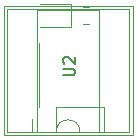
<source format=gto>
G04 #@! TF.GenerationSoftware,KiCad,Pcbnew,5.1.2-f72e74a~84~ubuntu16.04.1*
G04 #@! TF.CreationDate,2019-06-06T19:13:55+02:00*
G04 #@! TF.ProjectId,rs232-rs485,72733233-322d-4727-9334-38352e6b6963,1.0*
G04 #@! TF.SameCoordinates,Original*
G04 #@! TF.FileFunction,Legend,Top*
G04 #@! TF.FilePolarity,Positive*
%FSLAX46Y46*%
G04 Gerber Fmt 4.6, Leading zero omitted, Abs format (unit mm)*
G04 Created by KiCad (PCBNEW 5.1.2-f72e74a~84~ubuntu16.04.1) date 2019-06-06 19:13:55*
%MOMM*%
%LPD*%
G04 APERTURE LIST*
%ADD10C,0.050000*%
%ADD11C,0.120000*%
%ADD12C,0.150000*%
G04 APERTURE END LIST*
D10*
X125603000Y-108839000D02*
X125476000Y-108839000D01*
X125476000Y-108712000D02*
X125476000Y-108839000D01*
X125476000Y-97917000D02*
X125603000Y-97917000D01*
X136398000Y-97917000D02*
X136271000Y-97917000D01*
X136271000Y-108839000D02*
X136398000Y-108839000D01*
X136271000Y-108839000D02*
X125603000Y-108839000D01*
X136398000Y-97917000D02*
X136398000Y-108839000D01*
X125603000Y-97917000D02*
X136271000Y-97917000D01*
X125476000Y-108712000D02*
X125476000Y-97917000D01*
D11*
X127870400Y-108527400D02*
X127870400Y-107467400D01*
X128930400Y-108527400D02*
X127870400Y-108527400D01*
X129930400Y-108527400D02*
X129930400Y-106407400D01*
X129930400Y-106407400D02*
X133990400Y-106407400D01*
X129930400Y-108527400D02*
X133990400Y-108527400D01*
X133990400Y-108527400D02*
X133990400Y-106407400D01*
X132719578Y-97969000D02*
X132202422Y-97969000D01*
X132719578Y-99389000D02*
X132202422Y-99389000D01*
X128440000Y-103000000D02*
X128440000Y-106450000D01*
X128440000Y-103000000D02*
X128440000Y-101050000D01*
X133560000Y-103000000D02*
X133560000Y-104950000D01*
X133560000Y-103000000D02*
X133560000Y-101050000D01*
X125797000Y-108578000D02*
X136077000Y-108578000D01*
X125797000Y-98178000D02*
X125797000Y-108578000D01*
X136077000Y-98178000D02*
X125797000Y-98178000D01*
X136077000Y-108578000D02*
X136077000Y-98178000D01*
X128287000Y-108518000D02*
X129937000Y-108518000D01*
X128287000Y-98238000D02*
X128287000Y-108518000D01*
X133587000Y-98238000D02*
X128287000Y-98238000D01*
X133587000Y-108518000D02*
X133587000Y-98238000D01*
X131937000Y-108518000D02*
X133587000Y-108518000D01*
X129937000Y-108518000D02*
G75*
G02X131937000Y-108518000I1000000J0D01*
G01*
X131225000Y-97719000D02*
X128540000Y-97719000D01*
X131225000Y-99639000D02*
X131225000Y-97719000D01*
X128540000Y-99639000D02*
X131225000Y-99639000D01*
D12*
X130516380Y-103758904D02*
X131325904Y-103758904D01*
X131421142Y-103711285D01*
X131468761Y-103663666D01*
X131516380Y-103568428D01*
X131516380Y-103377952D01*
X131468761Y-103282714D01*
X131421142Y-103235095D01*
X131325904Y-103187476D01*
X130516380Y-103187476D01*
X130611619Y-102758904D02*
X130564000Y-102711285D01*
X130516380Y-102616047D01*
X130516380Y-102377952D01*
X130564000Y-102282714D01*
X130611619Y-102235095D01*
X130706857Y-102187476D01*
X130802095Y-102187476D01*
X130944952Y-102235095D01*
X131516380Y-102806523D01*
X131516380Y-102187476D01*
M02*

</source>
